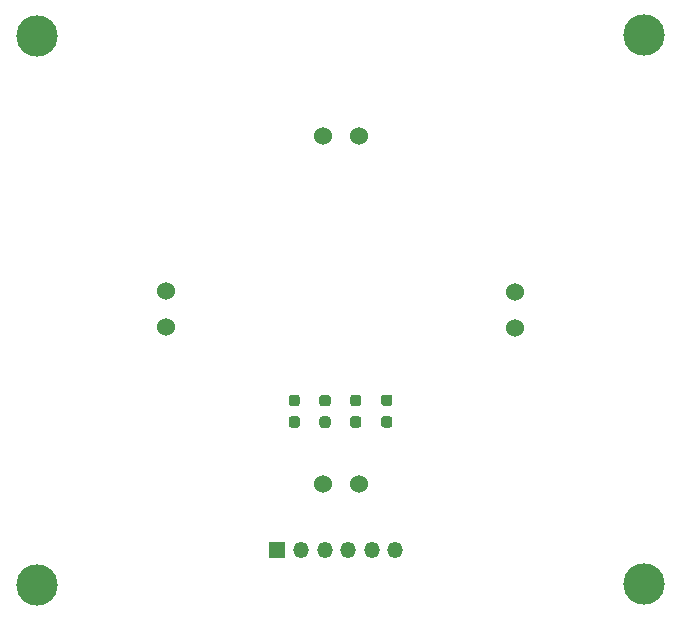
<source format=gbr>
%TF.GenerationSoftware,KiCad,Pcbnew,(5.1.10)-1*%
%TF.CreationDate,2021-07-29T21:44:00-04:00*%
%TF.ProjectId,Test,54657374-2e6b-4696-9361-645f70636258,v01*%
%TF.SameCoordinates,Original*%
%TF.FileFunction,Soldermask,Top*%
%TF.FilePolarity,Negative*%
%FSLAX46Y46*%
G04 Gerber Fmt 4.6, Leading zero omitted, Abs format (unit mm)*
G04 Created by KiCad (PCBNEW (5.1.10)-1) date 2021-07-29 21:44:00*
%MOMM*%
%LPD*%
G01*
G04 APERTURE LIST*
%ADD10C,1.524000*%
%ADD11C,3.500000*%
%ADD12R,1.350000X1.350000*%
%ADD13O,1.350000X1.350000*%
G04 APERTURE END LIST*
D10*
%TO.C,R8*%
X152021540Y-91089480D03*
X148973540Y-91089480D03*
%TD*%
%TO.C,R6*%
X165272720Y-107309920D03*
X165272720Y-104261920D03*
%TD*%
D11*
%TO.C,H4*%
X176176940Y-128955800D03*
%TD*%
%TO.C,H3*%
X124777500Y-129032000D03*
%TD*%
%TO.C,H2*%
X176202340Y-82509360D03*
%TD*%
%TO.C,H1*%
X124802900Y-82580480D03*
%TD*%
D10*
%TO.C,R5*%
X152019000Y-120543320D03*
X148971000Y-120543320D03*
%TD*%
%TO.C,R7*%
X135745220Y-104208580D03*
X135745220Y-107256580D03*
%TD*%
D12*
%TO.C,J1*%
X145134580Y-126121160D03*
D13*
X147134580Y-126121160D03*
X149134580Y-126121160D03*
X151134580Y-126121160D03*
X153134580Y-126121160D03*
X155134580Y-126121160D03*
%TD*%
%TO.C,R1*%
G36*
G01*
X146805660Y-115758420D02*
X146330660Y-115758420D01*
G75*
G02*
X146093160Y-115520920I0J237500D01*
G01*
X146093160Y-115020920D01*
G75*
G02*
X146330660Y-114783420I237500J0D01*
G01*
X146805660Y-114783420D01*
G75*
G02*
X147043160Y-115020920I0J-237500D01*
G01*
X147043160Y-115520920D01*
G75*
G02*
X146805660Y-115758420I-237500J0D01*
G01*
G37*
G36*
G01*
X146805660Y-113933420D02*
X146330660Y-113933420D01*
G75*
G02*
X146093160Y-113695920I0J237500D01*
G01*
X146093160Y-113195920D01*
G75*
G02*
X146330660Y-112958420I237500J0D01*
G01*
X146805660Y-112958420D01*
G75*
G02*
X147043160Y-113195920I0J-237500D01*
G01*
X147043160Y-113695920D01*
G75*
G02*
X146805660Y-113933420I-237500J0D01*
G01*
G37*
%TD*%
%TO.C,R2*%
G36*
G01*
X149411700Y-113943580D02*
X148936700Y-113943580D01*
G75*
G02*
X148699200Y-113706080I0J237500D01*
G01*
X148699200Y-113206080D01*
G75*
G02*
X148936700Y-112968580I237500J0D01*
G01*
X149411700Y-112968580D01*
G75*
G02*
X149649200Y-113206080I0J-237500D01*
G01*
X149649200Y-113706080D01*
G75*
G02*
X149411700Y-113943580I-237500J0D01*
G01*
G37*
G36*
G01*
X149411700Y-115768580D02*
X148936700Y-115768580D01*
G75*
G02*
X148699200Y-115531080I0J237500D01*
G01*
X148699200Y-115031080D01*
G75*
G02*
X148936700Y-114793580I237500J0D01*
G01*
X149411700Y-114793580D01*
G75*
G02*
X149649200Y-115031080I0J-237500D01*
G01*
X149649200Y-115531080D01*
G75*
G02*
X149411700Y-115768580I-237500J0D01*
G01*
G37*
%TD*%
%TO.C,R3*%
G36*
G01*
X152012660Y-115758420D02*
X151537660Y-115758420D01*
G75*
G02*
X151300160Y-115520920I0J237500D01*
G01*
X151300160Y-115020920D01*
G75*
G02*
X151537660Y-114783420I237500J0D01*
G01*
X152012660Y-114783420D01*
G75*
G02*
X152250160Y-115020920I0J-237500D01*
G01*
X152250160Y-115520920D01*
G75*
G02*
X152012660Y-115758420I-237500J0D01*
G01*
G37*
G36*
G01*
X152012660Y-113933420D02*
X151537660Y-113933420D01*
G75*
G02*
X151300160Y-113695920I0J237500D01*
G01*
X151300160Y-113195920D01*
G75*
G02*
X151537660Y-112958420I237500J0D01*
G01*
X152012660Y-112958420D01*
G75*
G02*
X152250160Y-113195920I0J-237500D01*
G01*
X152250160Y-113695920D01*
G75*
G02*
X152012660Y-113933420I-237500J0D01*
G01*
G37*
%TD*%
%TO.C,R4*%
G36*
G01*
X154628860Y-113918180D02*
X154153860Y-113918180D01*
G75*
G02*
X153916360Y-113680680I0J237500D01*
G01*
X153916360Y-113180680D01*
G75*
G02*
X154153860Y-112943180I237500J0D01*
G01*
X154628860Y-112943180D01*
G75*
G02*
X154866360Y-113180680I0J-237500D01*
G01*
X154866360Y-113680680D01*
G75*
G02*
X154628860Y-113918180I-237500J0D01*
G01*
G37*
G36*
G01*
X154628860Y-115743180D02*
X154153860Y-115743180D01*
G75*
G02*
X153916360Y-115505680I0J237500D01*
G01*
X153916360Y-115005680D01*
G75*
G02*
X154153860Y-114768180I237500J0D01*
G01*
X154628860Y-114768180D01*
G75*
G02*
X154866360Y-115005680I0J-237500D01*
G01*
X154866360Y-115505680D01*
G75*
G02*
X154628860Y-115743180I-237500J0D01*
G01*
G37*
%TD*%
M02*

</source>
